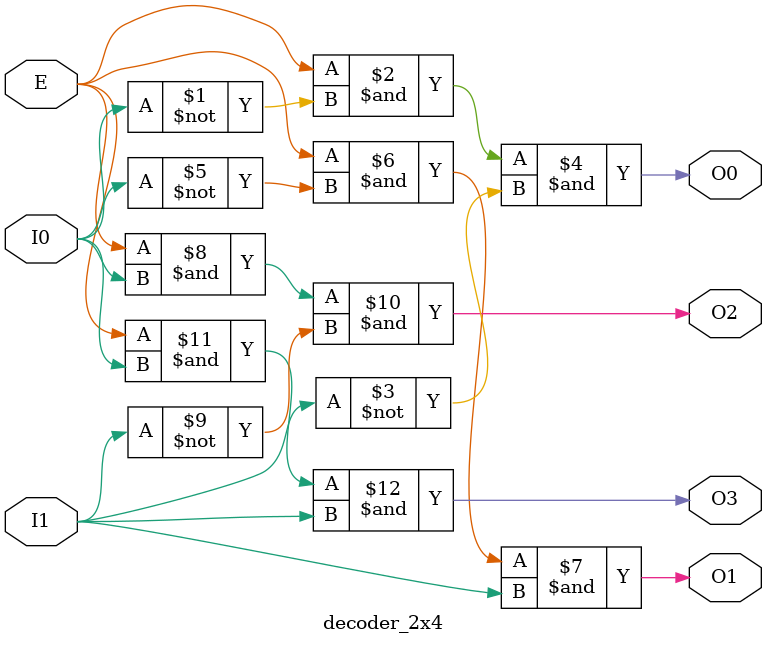
<source format=v>

/*
CONVERSION SOLUTION: 
(AB' + A'B)(C + D')
AB'C + AB'D' + A'BC + A'BD'
AB'C(D+D') + AB'D'(C+C') + A'BC(D+D') + A'BD'(C+C')
AB'CD + AB'CD' + AB'CD' + AB'C'D' + A'BCD + A'BCD' + A'BCD' + A'BC'D'
AB'CD + AB'CD' + AB'C'D' + A'BCD + A'BCD' + A'BC'D'
1011 + 1010 + 1000 + 0111 + 0110 + 0100
11, 10, 8, 7, 6, 4

Em=(4,6,7,8,10,11)
*/

`timescale 1ns / 1ps

//Module name: 
//F = (AB' + A'B)(C + D')

//implement negative output
module YUyG(En, F, A, B, C, D);
    input En, A, B, C, D;
    output reg F;
    wire E0, E1, E2, E3, O0, O1, O2, O3, O4, O5, O6, O7, O8, O9, O10, O11, O12, O13, O14, O15;
    wire temp1, temp2, temp3, temp4, temp5, temp6;

    // Structural decoder instantiation
    decoder_2x4 G1(En, A, B, E0, E1, E2, E3);
    decoder_2x4 G2(E0, C, D, O0, O1, O2, O3);
    decoder_2x4 G3(E1, C, D, O4, O5, O6, O7);
    decoder_2x4 G4(E2, C, D, O8, O9, O10, O11);
    decoder_2x4 G5(E3, C, D, O12, O13, O14, O15);

    //balance maxterms before nand
    not_6 G7(temp1, temp2, temp3, temp4, temp5, temp6, O4, O6, O7, O8, O10, O11);

    //nand
    always @*
    begin
        if (En == 1)
            F = ~(temp1 & temp2 & temp3 & temp4 & temp5 & temp6);
        else
            F = 1'bZ; // Set F to high-impedance ('z)
    end
endmodule

module not_6(F1, F2, F3, F4, F5, F6, O1, O2, O3, O4, O5, O6);
    input O1, O2, O3, O4, O5, O6;
    output F1, F2, F3, F4, F5, F6;

    not G6(F1, O1);
    not G7(F2, O2);
    not G8(F3, O3);
    not G9(F4, O4);
    not G10(F5, O5);
    not G11(F6, O6);

endmodule

module decoder_2x4(E,I0, I1, O0, O1, O2, O3);
    // declare input and output ports
    input E, I0, I1;
    output O0, O1, O2, O3;

    // assign output value by referring to logic diagram
    assign O0 = (E& ~I0& ~I1);
    assign O1 = (E& ~I0& I1);
    assign O2 = (E& I0& ~I1);
    assign O3 = (E& I0& I1);

endmodule



</source>
